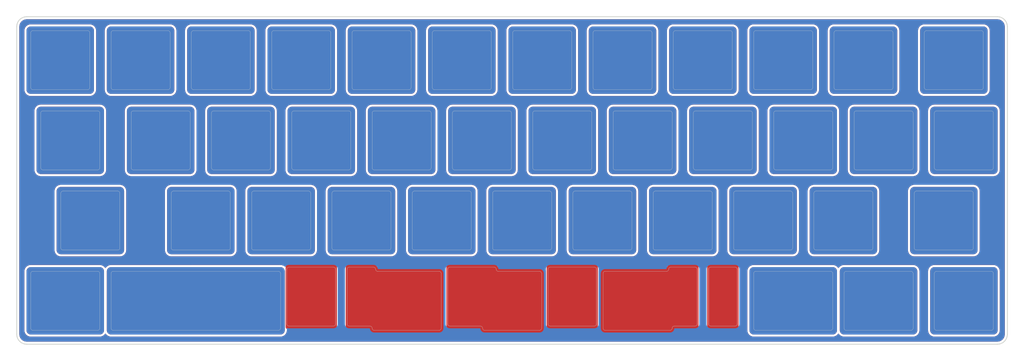
<source format=kicad_pcb>
(kicad_pcb (version 20171130) (host pcbnew "(5.1.4)-1")
  (layers (0 F.Cu signal) (31 B.Cu signal) (34 B.Paste user) (35 F.Paste user) (36 B.SilkS user) (37 F.SilkS user) (38 B.Mask user) (39 F.Mask user) (44 Edge.Cuts user))
  (net 0 "")
  (module Keybage_MX_Cutout:MX_Cutout_6.25u (layer F.Cu) (at 116.68125 66.675 180)
    (fp_text reference K_46)
    (fp_text value KEYSW)
    (pad 1 smd roundrect (at 0 0) (size 16 16) (layers F.Cu F.Mask) (roundrect_rratio 0.063))
    (pad 1 smd roundrect (at -49.9999 1) (size 7.4 15.4) (layers F.Cu F.Mask) (roundrect_rratio 0.063))
    (pad 1 smd roundrect (at 49.9999 1) (size 7.4 15.4) (layers F.Cu F.Mask) (roundrect_rratio 0.063))
  )
  (module Keybage_MX_Cutout:MX_Cutout_3u (layer F.Cu) (at 147.6375 66.675 180)
    (fp_text reference K_48)
    (fp_text value KEYSW)
    (fp_arc (start -16.175 -5.5) (end -15.675 -5.5) (angle -90) (layer Edge.Cuts) (width 0.05))
    (fp_arc (start -21.925 -5.5) (end -21.925 -6) (angle -90) (layer Edge.Cuts) (width 0.05))
    (fp_arc (start -21.925 7.5) (end -22.425 7.5) (angle -90) (layer Edge.Cuts) (width 0.05))
    (fp_arc (start -16.175 7.5) (end -16.175 8) (angle -90) (layer Edge.Cuts) (width 0.05))
    (fp_line (start -15.675 -5.5) (end -15.675 7.5) (layer Edge.Cuts) (width 0.05))
    (fp_line (start -16.175 8) (end -21.925 8) (layer Edge.Cuts) (width 0.05))
    (fp_line (start -22.425 7.5) (end -22.425 -5.5) (layer Edge.Cuts) (width 0.05))
    (fp_line (start -21.925 -6) (end -16.175 -6) (layer Edge.Cuts) (width 0.05))
    (pad 1 smd roundrect (at 0 0) (size 16 16) (layers F.Cu F.Mask) (roundrect_rratio 0.063))
    (pad 1 smd roundrect (at -19.05 1) (size 7.4 15.4) (layers F.Cu F.Mask) (roundrect_rratio 0.063))
    (pad 1 smd roundrect (at 19.05 1) (size 7.4 15.4) (layers F.Cu F.Mask) (roundrect_rratio 0.063))
  )
  (module Keybage_MX_Cutout:MX_Cutout_2.75u (layer F.Cu) (at 145.25625 66.675 180)
    (fp_text reference K_47)
    (fp_text value KEYSW)
    (pad 1 smd roundrect (at 0 0) (size 16 16) (layers F.Cu F.Mask) (roundrect_rratio 0.063))
    (pad 1 smd roundrect (at -11.9375 1) (size 7.4 15.4) (layers F.Cu F.Mask) (roundrect_rratio 0.063))
    (pad 1 smd roundrect (at 11.9375 1) (size 7.4 15.4) (layers F.Cu F.Mask) (roundrect_rratio 0.063))
  )
  (module Keybage_MX_Cutout:MX_Cutout_3u (layer F.Cu) (at 90.4875 66.675 180)
    (fp_text reference K_44)
    (fp_text value KEYSW)
    (pad 1 smd roundrect (at 0 0) (size 16 16) (layers F.Cu F.Mask) (roundrect_rratio 0.063))
    (pad 1 smd roundrect (at -19.05 1) (size 7.4 15.4) (layers F.Cu F.Mask) (roundrect_rratio 0.063))
    (pad 1 smd roundrect (at 19.05 1) (size 7.4 15.4) (layers F.Cu F.Mask) (roundrect_rratio 0.063))
  )
  (module Keybage_MX_Cutout:MX_Cutout_2.75u (layer F.Cu) (at 92.86875 66.675 180)
    (fp_text reference K_45)
    (fp_text value KEYSW)
    (pad 1 smd roundrect (at 0 0) (size 16 16) (layers F.Cu F.Mask) (roundrect_rratio 0.063))
    (pad 1 smd roundrect (at -11.9375 1) (size 7.4 15.4) (layers F.Cu F.Mask) (roundrect_rratio 0.063))
    (pad 1 smd roundrect (at 11.9375 1) (size 7.4 15.4) (layers F.Cu F.Mask) (roundrect_rratio 0.063))
  )
  (module Keybage_MX_Cutout:MX_Cutout_1u (layer F.Cu) (at 47.625 66.675)
    (fp_text reference K_41)
    (fp_text value KEYSW)
    (pad 1 smd roundrect (at 0 0 180) (size 16 16) (layers B.Cu B.Mask) (roundrect_rratio 0.063))
    (pad 1 smd roundrect (at 0 0 180) (size 16 16) (layers F.Cu F.Mask) (roundrect_rratio 0.063))
  )
  (module Keybage_MX_Cutout:MX_Cutout_1u (layer F.Cu) (at 52.3875 66.675)
    (fp_text reference K_42)
    (fp_text value KEYSW)
    (pad 1 smd roundrect (at 0 0 180) (size 16 16) (layers B.Cu B.Mask) (roundrect_rratio 0.063))
    (pad 1 smd roundrect (at 0 0 180) (size 16 16) (layers F.Cu F.Mask) (roundrect_rratio 0.063))
  )
  (module Keybage_MX_Cutout:MX_Cutout_1.25u (layer F.Cu) (at 54.76875 66.675)
    (fp_text reference K_43)
    (fp_text value KEYSW)
    (pad 1 smd roundrect (at 0 0 180) (size 16 16) (layers F.Cu F.Mask) (roundrect_rratio 0.063))
    (pad 1 smd roundrect (at 0 0 180) (size 16 16) (layers B.Cu B.Mask) (roundrect_rratio 0.063))
  )
  (module Keybage_MX_Cutout:MX_Cutout_1.25u (layer F.Cu) (at 30.95625 66.675)
    (fp_text reference K_39)
    (fp_text value KEYSW)
    (pad 1 smd roundrect (at 0 0 180) (size 16 16) (layers F.Cu F.Mask) (roundrect_rratio 0.063))
    (pad 1 smd roundrect (at 0 0 180) (size 16 16) (layers B.Cu B.Mask) (roundrect_rratio 0.063))
  )
  (module Keybage_MX_Cutout:MX_Cutout_1u (layer F.Cu) (at 33.3375 66.675)
    (fp_text reference K_40)
    (fp_text value KEYSW)
    (pad 1 smd roundrect (at 0 0 180) (size 16 16) (layers B.Cu B.Mask) (roundrect_rratio 0.063))
    (pad 1 smd roundrect (at 0 0 180) (size 16 16) (layers F.Cu F.Mask) (roundrect_rratio 0.063))
  )
  (module Keybage_MX_Cutout:MX_Cutout_1u (layer F.Cu) (at 28.575 66.675)
    (fp_text reference K_38)
    (fp_text value KEYSW)
    (pad 1 smd roundrect (at 0 0 180) (size 16 16) (layers B.Cu B.Mask) (roundrect_rratio 0.063))
    (pad 1 smd roundrect (at 0 0 180) (size 16 16) (layers F.Cu F.Mask) (roundrect_rratio 0.063))
  )
  (module Keybage_MX_Cutout:MX_Cutout_1u (layer F.Cu) (at 9.525 66.675)
    (fp_text reference K_36)
    (fp_text value KEYSW)
    (pad 1 smd roundrect (at 0 0 180) (size 16 16) (layers B.Cu B.Mask) (roundrect_rratio 0.063))
    (pad 1 smd roundrect (at 0 0 180) (size 16 16) (layers F.Cu F.Mask) (roundrect_rratio 0.063))
  )
  (module Keybage_MX_Cutout:MX_Cutout_1.25u (layer F.Cu) (at 11.90625 66.675)
    (fp_text reference K_37)
    (fp_text value KEYSW)
    (pad 1 smd roundrect (at 0 0 180) (size 16 16) (layers F.Cu F.Mask) (roundrect_rratio 0.063))
    (pad 1 smd roundrect (at 0 0 180) (size 16 16) (layers B.Cu B.Mask) (roundrect_rratio 0.063))
  )
  (module Keybage_MX_Cutout:MX_Cutout_1u (layer F.Cu) (at 185.7375 66.675)
    (fp_text reference K_50)
    (fp_text value KEYSW)
    (pad 1 smd roundrect (at 0 0 180) (size 16 16) (layers B.Cu B.Mask) (roundrect_rratio 0.063))
    (pad 1 smd roundrect (at 0 0 180) (size 16 16) (layers F.Cu F.Mask) (roundrect_rratio 0.063))
  )
  (module Keybage_MX_Cutout:MX_Cutout_1u (layer F.Cu) (at 180.975 66.675)
    (fp_text reference K_49)
    (fp_text value KEYSW)
    (pad 1 smd roundrect (at 0 0 180) (size 16 16) (layers B.Cu B.Mask) (roundrect_rratio 0.063))
    (pad 1 smd roundrect (at 0 0 180) (size 16 16) (layers F.Cu F.Mask) (roundrect_rratio 0.063))
  )
  (module Keybage_MX_Cutout:MX_Cutout_1u (layer F.Cu) (at 204.7875 66.675)
    (fp_text reference K_52)
    (fp_text value KEYSW)
    (pad 1 smd roundrect (at 0 0 180) (size 16 16) (layers B.Cu B.Mask) (roundrect_rratio 0.063))
    (pad 1 smd roundrect (at 0 0 180) (size 16 16) (layers F.Cu F.Mask) (roundrect_rratio 0.063))
  )
  (module Keybage_MX_Cutout:MX_Cutout_1.25u (layer F.Cu) (at 202.40625 66.675)
    (fp_text reference K_51)
    (fp_text value KEYSW)
    (pad 1 smd roundrect (at 0 0 180) (size 16 16) (layers F.Cu F.Mask) (roundrect_rratio 0.063))
    (pad 1 smd roundrect (at 0 0 180) (size 16 16) (layers B.Cu B.Mask) (roundrect_rratio 0.063))
  )
  (module Keybage_MX_Cutout:MX_Cutout_1.5u (layer F.Cu) (at 219.075 47.625)
    (fp_text reference K_35)
    (fp_text value KEYSW)
    (fp_arc (start 6.5 -6.5) (end 7 -6.5) (angle -90) (layer Edge.Cuts) (width 0.05))
    (fp_arc (start -6.5 -6.5) (end -6.5 -7) (angle -90) (layer Edge.Cuts) (width 0.05))
    (fp_arc (start -6.5 6.5) (end -7 6.5) (angle -90) (layer Edge.Cuts) (width 0.05))
    (fp_arc (start 6.5 6.5) (end 6.5 7) (angle -90) (layer Edge.Cuts) (width 0.05))
    (fp_line (start 7 6.5) (end 7 -6.5) (layer Edge.Cuts) (width 0.05))
    (fp_line (start -6.5 7) (end 6.5 7) (layer Edge.Cuts) (width 0.05))
    (fp_line (start -7 -6.5) (end -7 6.5) (layer Edge.Cuts) (width 0.05))
    (fp_line (start 6.5 -7) (end -6.5 -7) (layer Edge.Cuts) (width 0.05))
    (pad 1 smd roundrect (at 0 0 180) (size 16 16) (layers F.Cu F.Mask) (roundrect_rratio 0.063))
    (pad 1 smd roundrect (at 0 0 180) (size 16 16) (layers B.Cu B.Mask) (roundrect_rratio 0.063))
  )
  (module Keybage_MX_Cutout:MX_Cutout_1.75u (layer F.Cu) (at 16.66875 47.625)
    (fp_text reference K_25)
    (fp_text value KEYSW)
    (fp_arc (start 6.5 6.5) (end 6.5 7) (angle -90) (layer Edge.Cuts) (width 0.05))
    (fp_arc (start -6.5 6.5) (end -7 6.5) (angle -90) (layer Edge.Cuts) (width 0.05))
    (fp_arc (start -6.5 -6.5) (end -6.5 -7) (angle -90) (layer Edge.Cuts) (width 0.05))
    (fp_arc (start 6.5 -6.5) (end 7 -6.5) (angle -90) (layer Edge.Cuts) (width 0.05))
    (fp_line (start 7 6.5) (end 7 -6.5) (layer Edge.Cuts) (width 0.05))
    (fp_line (start -6.5 7) (end 6.5 7) (layer Edge.Cuts) (width 0.05))
    (fp_line (start -7 -6.5) (end -7 6.5) (layer Edge.Cuts) (width 0.05))
    (fp_line (start 6.5 -7) (end -6.5 -7) (layer Edge.Cuts) (width 0.05))
    (pad 1 smd roundrect (at 0 0 180) (size 16 16) (layers B.Cu B.Mask) (roundrect_rratio 0.063))
    (pad 1 smd roundrect (at 0 0 180) (size 16 16) (layers F.Cu F.Mask) (roundrect_rratio 0.063))
  )
  (module Keybage_MX_Cutout:MX_Cutout_1.25u (layer F.Cu) (at 11.90625 28.575)
    (fp_text reference K_13)
    (fp_text value KEYSW)
    (fp_line (start 7 6.5) (end 7 -6.5) (layer Edge.Cuts) (width 0.05))
    (fp_line (start -6.5 7) (end 6.5 7) (layer Edge.Cuts) (width 0.05))
    (fp_line (start -7 -6.5) (end -7 6.5) (layer Edge.Cuts) (width 0.05))
    (fp_line (start 6.5 -7) (end -6.5 -7) (layer Edge.Cuts) (width 0.05))
    (fp_arc (start 6.5 -6.5) (end 7 -6.5) (angle -90) (layer Edge.Cuts) (width 0.05))
    (fp_arc (start -6.5 -6.5) (end -6.5 -7) (angle -90) (layer Edge.Cuts) (width 0.05))
    (fp_arc (start -6.5 6.5) (end -7 6.5) (angle -90) (layer Edge.Cuts) (width 0.05))
    (fp_arc (start 6.5 6.5) (end 6.5 7) (angle -90) (layer Edge.Cuts) (width 0.05))
    (pad 1 smd roundrect (at 0 0 180) (size 16 16) (layers F.Cu F.Mask) (roundrect_rratio 0.063))
    (pad 1 smd roundrect (at 0 0 180) (size 16 16) (layers B.Cu B.Mask) (roundrect_rratio 0.063))
  )
  (module Keybage_MX_Cutout:MX_Cutout_1.25u (layer F.Cu) (at 221.45625 9.525)
    (fp_text reference K_12)
    (fp_text value KEYSW)
    (fp_line (start 7 6.5) (end 7 -6.5) (layer Edge.Cuts) (width 0.05))
    (fp_line (start -6.5 7) (end 6.5 7) (layer Edge.Cuts) (width 0.05))
    (fp_line (start -7 -6.5) (end -7 6.5) (layer Edge.Cuts) (width 0.05))
    (fp_line (start 6.5 -7) (end -6.5 -7) (layer Edge.Cuts) (width 0.05))
    (fp_arc (start 6.5 -6.5) (end 7 -6.5) (angle -90) (layer Edge.Cuts) (width 0.05))
    (fp_arc (start -6.5 -6.5) (end -6.5 -7) (angle -90) (layer Edge.Cuts) (width 0.05))
    (fp_arc (start -6.5 6.5) (end -7 6.5) (angle -90) (layer Edge.Cuts) (width 0.05))
    (fp_arc (start 6.5 6.5) (end 6.5 7) (angle -90) (layer Edge.Cuts) (width 0.05))
    (pad 1 smd roundrect (at 0 0 180) (size 16 16) (layers F.Cu F.Mask) (roundrect_rratio 0.063))
    (pad 1 smd roundrect (at 0 0 180) (size 16 16) (layers B.Cu B.Mask) (roundrect_rratio 0.063))
  )
  (module Keybage_MX_Cutout:MX_Cutout_1u (layer F.Cu) (at 223.8375 66.675)
    (fp_text reference K_53)
    (fp_text value KEYSW)
    (fp_arc (start 6.5 6.5) (end 6.5 7) (angle -90) (layer Edge.Cuts) (width 0.05))
    (fp_arc (start -6.5 6.5) (end -7 6.5) (angle -90) (layer Edge.Cuts) (width 0.05))
    (fp_arc (start -6.5 -6.5) (end -6.5 -7) (angle -90) (layer Edge.Cuts) (width 0.05))
    (fp_arc (start 6.5 -6.5) (end 7 -6.5) (angle -90) (layer Edge.Cuts) (width 0.05))
    (fp_line (start 7 6.5) (end 7 -6.5) (layer Edge.Cuts) (width 0.05))
    (fp_line (start -6.5 7) (end 6.5 7) (layer Edge.Cuts) (width 0.05))
    (fp_line (start -7 -6.5) (end -7 6.5) (layer Edge.Cuts) (width 0.05))
    (fp_line (start 6.5 -7) (end -6.5 -7) (layer Edge.Cuts) (width 0.05))
    (pad 1 smd roundrect (at 0 0 180) (size 16 16) (layers B.Cu B.Mask) (roundrect_rratio 0.063))
    (pad 1 smd roundrect (at 0 0 180) (size 16 16) (layers F.Cu F.Mask) (roundrect_rratio 0.063))
  )
  (module Keybage_MX_Cutout:MX_Cutout_1u (layer F.Cu) (at 195.2625 47.625)
    (fp_text reference K_34)
    (fp_text value KEYSW)
    (fp_arc (start 6.5 6.5) (end 6.5 7) (angle -90) (layer Edge.Cuts) (width 0.05))
    (fp_arc (start -6.5 6.5) (end -7 6.5) (angle -90) (layer Edge.Cuts) (width 0.05))
    (fp_arc (start -6.5 -6.5) (end -6.5 -7) (angle -90) (layer Edge.Cuts) (width 0.05))
    (fp_arc (start 6.5 -6.5) (end 7 -6.5) (angle -90) (layer Edge.Cuts) (width 0.05))
    (fp_line (start 7 6.5) (end 7 -6.5) (layer Edge.Cuts) (width 0.05))
    (fp_line (start -6.5 7) (end 6.5 7) (layer Edge.Cuts) (width 0.05))
    (fp_line (start -7 -6.5) (end -7 6.5) (layer Edge.Cuts) (width 0.05))
    (fp_line (start 6.5 -7) (end -6.5 -7) (layer Edge.Cuts) (width 0.05))
    (pad 1 smd roundrect (at 0 0 180) (size 16 16) (layers B.Cu B.Mask) (roundrect_rratio 0.063))
    (pad 1 smd roundrect (at 0 0 180) (size 16 16) (layers F.Cu F.Mask) (roundrect_rratio 0.063))
  )
  (module Keybage_MX_Cutout:MX_Cutout_1u (layer F.Cu) (at 176.2125 47.625)
    (fp_text reference K_33)
    (fp_text value KEYSW)
    (fp_arc (start 6.5 6.5) (end 6.5 7) (angle -90) (layer Edge.Cuts) (width 0.05))
    (fp_arc (start -6.5 6.5) (end -7 6.5) (angle -90) (layer Edge.Cuts) (width 0.05))
    (fp_arc (start -6.5 -6.5) (end -6.5 -7) (angle -90) (layer Edge.Cuts) (width 0.05))
    (fp_arc (start 6.5 -6.5) (end 7 -6.5) (angle -90) (layer Edge.Cuts) (width 0.05))
    (fp_line (start 7 6.5) (end 7 -6.5) (layer Edge.Cuts) (width 0.05))
    (fp_line (start -6.5 7) (end 6.5 7) (layer Edge.Cuts) (width 0.05))
    (fp_line (start -7 -6.5) (end -7 6.5) (layer Edge.Cuts) (width 0.05))
    (fp_line (start 6.5 -7) (end -6.5 -7) (layer Edge.Cuts) (width 0.05))
    (pad 1 smd roundrect (at 0 0 180) (size 16 16) (layers B.Cu B.Mask) (roundrect_rratio 0.063))
    (pad 1 smd roundrect (at 0 0 180) (size 16 16) (layers F.Cu F.Mask) (roundrect_rratio 0.063))
  )
  (module Keybage_MX_Cutout:MX_Cutout_1u (layer F.Cu) (at 157.1625 47.625)
    (fp_text reference K_32)
    (fp_text value KEYSW)
    (fp_arc (start 6.5 6.5) (end 6.5 7) (angle -90) (layer Edge.Cuts) (width 0.05))
    (fp_arc (start -6.5 6.5) (end -7 6.5) (angle -90) (layer Edge.Cuts) (width 0.05))
    (fp_arc (start -6.5 -6.5) (end -6.5 -7) (angle -90) (layer Edge.Cuts) (width 0.05))
    (fp_arc (start 6.5 -6.5) (end 7 -6.5) (angle -90) (layer Edge.Cuts) (width 0.05))
    (fp_line (start 7 6.5) (end 7 -6.5) (layer Edge.Cuts) (width 0.05))
    (fp_line (start -6.5 7) (end 6.5 7) (layer Edge.Cuts) (width 0.05))
    (fp_line (start -7 -6.5) (end -7 6.5) (layer Edge.Cuts) (width 0.05))
    (fp_line (start 6.5 -7) (end -6.5 -7) (layer Edge.Cuts) (width 0.05))
    (pad 1 smd roundrect (at 0 0 180) (size 16 16) (layers B.Cu B.Mask) (roundrect_rratio 0.063))
    (pad 1 smd roundrect (at 0 0 180) (size 16 16) (layers F.Cu F.Mask) (roundrect_rratio 0.063))
  )
  (module Keybage_MX_Cutout:MX_Cutout_1u (layer F.Cu) (at 138.1125 47.625)
    (fp_text reference K_31)
    (fp_text value KEYSW)
    (fp_arc (start 6.5 6.5) (end 6.5 7) (angle -90) (layer Edge.Cuts) (width 0.05))
    (fp_arc (start -6.5 6.5) (end -7 6.5) (angle -90) (layer Edge.Cuts) (width 0.05))
    (fp_arc (start -6.5 -6.5) (end -6.5 -7) (angle -90) (layer Edge.Cuts) (width 0.05))
    (fp_arc (start 6.5 -6.5) (end 7 -6.5) (angle -90) (layer Edge.Cuts) (width 0.05))
    (fp_line (start 7 6.5) (end 7 -6.5) (layer Edge.Cuts) (width 0.05))
    (fp_line (start -6.5 7) (end 6.5 7) (layer Edge.Cuts) (width 0.05))
    (fp_line (start -7 -6.5) (end -7 6.5) (layer Edge.Cuts) (width 0.05))
    (fp_line (start 6.5 -7) (end -6.5 -7) (layer Edge.Cuts) (width 0.05))
    (pad 1 smd roundrect (at 0 0 180) (size 16 16) (layers B.Cu B.Mask) (roundrect_rratio 0.063))
    (pad 1 smd roundrect (at 0 0 180) (size 16 16) (layers F.Cu F.Mask) (roundrect_rratio 0.063))
  )
  (module Keybage_MX_Cutout:MX_Cutout_1u (layer F.Cu) (at 119.0625 47.625)
    (fp_text reference K_30)
    (fp_text value KEYSW)
    (fp_arc (start 6.5 6.5) (end 6.5 7) (angle -90) (layer Edge.Cuts) (width 0.05))
    (fp_arc (start -6.5 6.5) (end -7 6.5) (angle -90) (layer Edge.Cuts) (width 0.05))
    (fp_arc (start -6.5 -6.5) (end -6.5 -7) (angle -90) (layer Edge.Cuts) (width 0.05))
    (fp_arc (start 6.5 -6.5) (end 7 -6.5) (angle -90) (layer Edge.Cuts) (width 0.05))
    (fp_line (start 7 6.5) (end 7 -6.5) (layer Edge.Cuts) (width 0.05))
    (fp_line (start -6.5 7) (end 6.5 7) (layer Edge.Cuts) (width 0.05))
    (fp_line (start -7 -6.5) (end -7 6.5) (layer Edge.Cuts) (width 0.05))
    (fp_line (start 6.5 -7) (end -6.5 -7) (layer Edge.Cuts) (width 0.05))
    (pad 1 smd roundrect (at 0 0 180) (size 16 16) (layers B.Cu B.Mask) (roundrect_rratio 0.063))
    (pad 1 smd roundrect (at 0 0 180) (size 16 16) (layers F.Cu F.Mask) (roundrect_rratio 0.063))
  )
  (module Keybage_MX_Cutout:MX_Cutout_1u (layer F.Cu) (at 100.0125 47.625)
    (fp_text reference K_29)
    (fp_text value KEYSW)
    (fp_arc (start 6.5 6.5) (end 6.5 7) (angle -90) (layer Edge.Cuts) (width 0.05))
    (fp_arc (start -6.5 6.5) (end -7 6.5) (angle -90) (layer Edge.Cuts) (width 0.05))
    (fp_arc (start -6.5 -6.5) (end -6.5 -7) (angle -90) (layer Edge.Cuts) (width 0.05))
    (fp_arc (start 6.5 -6.5) (end 7 -6.5) (angle -90) (layer Edge.Cuts) (width 0.05))
    (fp_line (start 7 6.5) (end 7 -6.5) (layer Edge.Cuts) (width 0.05))
    (fp_line (start -6.5 7) (end 6.5 7) (layer Edge.Cuts) (width 0.05))
    (fp_line (start -7 -6.5) (end -7 6.5) (layer Edge.Cuts) (width 0.05))
    (fp_line (start 6.5 -7) (end -6.5 -7) (layer Edge.Cuts) (width 0.05))
    (pad 1 smd roundrect (at 0 0 180) (size 16 16) (layers B.Cu B.Mask) (roundrect_rratio 0.063))
    (pad 1 smd roundrect (at 0 0 180) (size 16 16) (layers F.Cu F.Mask) (roundrect_rratio 0.063))
  )
  (module Keybage_MX_Cutout:MX_Cutout_1u (layer F.Cu) (at 80.9625 47.625)
    (fp_text reference K_28)
    (fp_text value KEYSW)
    (fp_arc (start 6.5 6.5) (end 6.5 7) (angle -90) (layer Edge.Cuts) (width 0.05))
    (fp_arc (start -6.5 6.5) (end -7 6.5) (angle -90) (layer Edge.Cuts) (width 0.05))
    (fp_arc (start -6.5 -6.5) (end -6.5 -7) (angle -90) (layer Edge.Cuts) (width 0.05))
    (fp_arc (start 6.5 -6.5) (end 7 -6.5) (angle -90) (layer Edge.Cuts) (width 0.05))
    (fp_line (start 7 6.5) (end 7 -6.5) (layer Edge.Cuts) (width 0.05))
    (fp_line (start -6.5 7) (end 6.5 7) (layer Edge.Cuts) (width 0.05))
    (fp_line (start -7 -6.5) (end -7 6.5) (layer Edge.Cuts) (width 0.05))
    (fp_line (start 6.5 -7) (end -6.5 -7) (layer Edge.Cuts) (width 0.05))
    (pad 1 smd roundrect (at 0 0 180) (size 16 16) (layers B.Cu B.Mask) (roundrect_rratio 0.063))
    (pad 1 smd roundrect (at 0 0 180) (size 16 16) (layers F.Cu F.Mask) (roundrect_rratio 0.063))
  )
  (module Keybage_MX_Cutout:MX_Cutout_1u (layer F.Cu) (at 61.9125 47.625)
    (fp_text reference K_27)
    (fp_text value KEYSW)
    (fp_arc (start 6.5 6.5) (end 6.5 7) (angle -90) (layer Edge.Cuts) (width 0.05))
    (fp_arc (start -6.5 6.5) (end -7 6.5) (angle -90) (layer Edge.Cuts) (width 0.05))
    (fp_arc (start -6.5 -6.5) (end -6.5 -7) (angle -90) (layer Edge.Cuts) (width 0.05))
    (fp_arc (start 6.5 -6.5) (end 7 -6.5) (angle -90) (layer Edge.Cuts) (width 0.05))
    (fp_line (start 7 6.5) (end 7 -6.5) (layer Edge.Cuts) (width 0.05))
    (fp_line (start -6.5 7) (end 6.5 7) (layer Edge.Cuts) (width 0.05))
    (fp_line (start -7 -6.5) (end -7 6.5) (layer Edge.Cuts) (width 0.05))
    (fp_line (start 6.5 -7) (end -6.5 -7) (layer Edge.Cuts) (width 0.05))
    (pad 1 smd roundrect (at 0 0 180) (size 16 16) (layers B.Cu B.Mask) (roundrect_rratio 0.063))
    (pad 1 smd roundrect (at 0 0 180) (size 16 16) (layers F.Cu F.Mask) (roundrect_rratio 0.063))
  )
  (module Keybage_MX_Cutout:MX_Cutout_1u (layer F.Cu) (at 42.8625 47.625)
    (fp_text reference K_26)
    (fp_text value KEYSW)
    (fp_arc (start 6.5 6.5) (end 6.5 7) (angle -90) (layer Edge.Cuts) (width 0.05))
    (fp_arc (start -6.5 6.5) (end -7 6.5) (angle -90) (layer Edge.Cuts) (width 0.05))
    (fp_arc (start -6.5 -6.5) (end -6.5 -7) (angle -90) (layer Edge.Cuts) (width 0.05))
    (fp_arc (start 6.5 -6.5) (end 7 -6.5) (angle -90) (layer Edge.Cuts) (width 0.05))
    (fp_line (start 7 6.5) (end 7 -6.5) (layer Edge.Cuts) (width 0.05))
    (fp_line (start -6.5 7) (end 6.5 7) (layer Edge.Cuts) (width 0.05))
    (fp_line (start -7 -6.5) (end -7 6.5) (layer Edge.Cuts) (width 0.05))
    (fp_line (start 6.5 -7) (end -6.5 -7) (layer Edge.Cuts) (width 0.05))
    (pad 1 smd roundrect (at 0 0 180) (size 16 16) (layers B.Cu B.Mask) (roundrect_rratio 0.063))
    (pad 1 smd roundrect (at 0 0 180) (size 16 16) (layers F.Cu F.Mask) (roundrect_rratio 0.063))
  )
  (module Keybage_MX_Cutout:MX_Cutout_1u (layer F.Cu) (at 223.8375 28.575)
    (fp_text reference K_24)
    (fp_text value KEYSW)
    (fp_arc (start 6.5 6.5) (end 6.5 7) (angle -90) (layer Edge.Cuts) (width 0.05))
    (fp_arc (start -6.5 6.5) (end -7 6.5) (angle -90) (layer Edge.Cuts) (width 0.05))
    (fp_arc (start -6.5 -6.5) (end -6.5 -7) (angle -90) (layer Edge.Cuts) (width 0.05))
    (fp_arc (start 6.5 -6.5) (end 7 -6.5) (angle -90) (layer Edge.Cuts) (width 0.05))
    (fp_line (start 7 6.5) (end 7 -6.5) (layer Edge.Cuts) (width 0.05))
    (fp_line (start -6.5 7) (end 6.5 7) (layer Edge.Cuts) (width 0.05))
    (fp_line (start -7 -6.5) (end -7 6.5) (layer Edge.Cuts) (width 0.05))
    (fp_line (start 6.5 -7) (end -6.5 -7) (layer Edge.Cuts) (width 0.05))
    (pad 1 smd roundrect (at 0 0 180) (size 16 16) (layers B.Cu B.Mask) (roundrect_rratio 0.063))
    (pad 1 smd roundrect (at 0 0 180) (size 16 16) (layers F.Cu F.Mask) (roundrect_rratio 0.063))
  )
  (module Keybage_MX_Cutout:MX_Cutout_1u (layer F.Cu) (at 204.7875 28.575)
    (fp_text reference K_23)
    (fp_text value KEYSW)
    (fp_arc (start 6.5 6.5) (end 6.5 7) (angle -90) (layer Edge.Cuts) (width 0.05))
    (fp_arc (start -6.5 6.5) (end -7 6.5) (angle -90) (layer Edge.Cuts) (width 0.05))
    (fp_arc (start -6.5 -6.5) (end -6.5 -7) (angle -90) (layer Edge.Cuts) (width 0.05))
    (fp_arc (start 6.5 -6.5) (end 7 -6.5) (angle -90) (layer Edge.Cuts) (width 0.05))
    (fp_line (start 7 6.5) (end 7 -6.5) (layer Edge.Cuts) (width 0.05))
    (fp_line (start -6.5 7) (end 6.5 7) (layer Edge.Cuts) (width 0.05))
    (fp_line (start -7 -6.5) (end -7 6.5) (layer Edge.Cuts) (width 0.05))
    (fp_line (start 6.5 -7) (end -6.5 -7) (layer Edge.Cuts) (width 0.05))
    (pad 1 smd roundrect (at 0 0 180) (size 16 16) (layers B.Cu B.Mask) (roundrect_rratio 0.063))
    (pad 1 smd roundrect (at 0 0 180) (size 16 16) (layers F.Cu F.Mask) (roundrect_rratio 0.063))
  )
  (module Keybage_MX_Cutout:MX_Cutout_1u (layer F.Cu) (at 185.7375 28.575)
    (fp_text reference K_22)
    (fp_text value KEYSW)
    (fp_arc (start 6.5 6.5) (end 6.5 7) (angle -90) (layer Edge.Cuts) (width 0.05))
    (fp_arc (start -6.5 6.5) (end -7 6.5) (angle -90) (layer Edge.Cuts) (width 0.05))
    (fp_arc (start -6.5 -6.5) (end -6.5 -7) (angle -90) (layer Edge.Cuts) (width 0.05))
    (fp_arc (start 6.5 -6.5) (end 7 -6.5) (angle -90) (layer Edge.Cuts) (width 0.05))
    (fp_line (start 7 6.5) (end 7 -6.5) (layer Edge.Cuts) (width 0.05))
    (fp_line (start -6.5 7) (end 6.5 7) (layer Edge.Cuts) (width 0.05))
    (fp_line (start -7 -6.5) (end -7 6.5) (layer Edge.Cuts) (width 0.05))
    (fp_line (start 6.5 -7) (end -6.5 -7) (layer Edge.Cuts) (width 0.05))
    (pad 1 smd roundrect (at 0 0 180) (size 16 16) (layers B.Cu B.Mask) (roundrect_rratio 0.063))
    (pad 1 smd roundrect (at 0 0 180) (size 16 16) (layers F.Cu F.Mask) (roundrect_rratio 0.063))
  )
  (module Keybage_MX_Cutout:MX_Cutout_1u (layer F.Cu) (at 166.6875 28.575)
    (fp_text reference K_21)
    (fp_text value KEYSW)
    (fp_arc (start 6.5 6.5) (end 6.5 7) (angle -90) (layer Edge.Cuts) (width 0.05))
    (fp_arc (start -6.5 6.5) (end -7 6.5) (angle -90) (layer Edge.Cuts) (width 0.05))
    (fp_arc (start -6.5 -6.5) (end -6.5 -7) (angle -90) (layer Edge.Cuts) (width 0.05))
    (fp_arc (start 6.5 -6.5) (end 7 -6.5) (angle -90) (layer Edge.Cuts) (width 0.05))
    (fp_line (start 7 6.5) (end 7 -6.5) (layer Edge.Cuts) (width 0.05))
    (fp_line (start -6.5 7) (end 6.5 7) (layer Edge.Cuts) (width 0.05))
    (fp_line (start -7 -6.5) (end -7 6.5) (layer Edge.Cuts) (width 0.05))
    (fp_line (start 6.5 -7) (end -6.5 -7) (layer Edge.Cuts) (width 0.05))
    (pad 1 smd roundrect (at 0 0 180) (size 16 16) (layers B.Cu B.Mask) (roundrect_rratio 0.063))
    (pad 1 smd roundrect (at 0 0 180) (size 16 16) (layers F.Cu F.Mask) (roundrect_rratio 0.063))
  )
  (module Keybage_MX_Cutout:MX_Cutout_1u (layer F.Cu) (at 147.6375 28.575)
    (fp_text reference K_20)
    (fp_text value KEYSW)
    (fp_arc (start 6.5 6.5) (end 6.5 7) (angle -90) (layer Edge.Cuts) (width 0.05))
    (fp_arc (start -6.5 6.5) (end -7 6.5) (angle -90) (layer Edge.Cuts) (width 0.05))
    (fp_arc (start -6.5 -6.5) (end -6.5 -7) (angle -90) (layer Edge.Cuts) (width 0.05))
    (fp_arc (start 6.5 -6.5) (end 7 -6.5) (angle -90) (layer Edge.Cuts) (width 0.05))
    (fp_line (start 7 6.5) (end 7 -6.5) (layer Edge.Cuts) (width 0.05))
    (fp_line (start -6.5 7) (end 6.5 7) (layer Edge.Cuts) (width 0.05))
    (fp_line (start -7 -6.5) (end -7 6.5) (layer Edge.Cuts) (width 0.05))
    (fp_line (start 6.5 -7) (end -6.5 -7) (layer Edge.Cuts) (width 0.05))
    (pad 1 smd roundrect (at 0 0 180) (size 16 16) (layers B.Cu B.Mask) (roundrect_rratio 0.063))
    (pad 1 smd roundrect (at 0 0 180) (size 16 16) (layers F.Cu F.Mask) (roundrect_rratio 0.063))
  )
  (module Keybage_MX_Cutout:MX_Cutout_1u (layer F.Cu) (at 128.5875 28.575)
    (fp_text reference K_19)
    (fp_text value KEYSW)
    (fp_arc (start 6.5 6.5) (end 6.5 7) (angle -90) (layer Edge.Cuts) (width 0.05))
    (fp_arc (start -6.5 6.5) (end -7 6.5) (angle -90) (layer Edge.Cuts) (width 0.05))
    (fp_arc (start -6.5 -6.5) (end -6.5 -7) (angle -90) (layer Edge.Cuts) (width 0.05))
    (fp_arc (start 6.5 -6.5) (end 7 -6.5) (angle -90) (layer Edge.Cuts) (width 0.05))
    (fp_line (start 7 6.5) (end 7 -6.5) (layer Edge.Cuts) (width 0.05))
    (fp_line (start -6.5 7) (end 6.5 7) (layer Edge.Cuts) (width 0.05))
    (fp_line (start -7 -6.5) (end -7 6.5) (layer Edge.Cuts) (width 0.05))
    (fp_line (start 6.5 -7) (end -6.5 -7) (layer Edge.Cuts) (width 0.05))
    (pad 1 smd roundrect (at 0 0 180) (size 16 16) (layers B.Cu B.Mask) (roundrect_rratio 0.063))
    (pad 1 smd roundrect (at 0 0 180) (size 16 16) (layers F.Cu F.Mask) (roundrect_rratio 0.063))
  )
  (module Keybage_MX_Cutout:MX_Cutout_1u (layer F.Cu) (at 109.5375 28.575)
    (fp_text reference K_18)
    (fp_text value KEYSW)
    (fp_arc (start 6.5 6.5) (end 6.5 7) (angle -90) (layer Edge.Cuts) (width 0.05))
    (fp_arc (start -6.5 6.5) (end -7 6.5) (angle -90) (layer Edge.Cuts) (width 0.05))
    (fp_arc (start -6.5 -6.5) (end -6.5 -7) (angle -90) (layer Edge.Cuts) (width 0.05))
    (fp_arc (start 6.5 -6.5) (end 7 -6.5) (angle -90) (layer Edge.Cuts) (width 0.05))
    (fp_line (start 7 6.5) (end 7 -6.5) (layer Edge.Cuts) (width 0.05))
    (fp_line (start -6.5 7) (end 6.5 7) (layer Edge.Cuts) (width 0.05))
    (fp_line (start -7 -6.5) (end -7 6.5) (layer Edge.Cuts) (width 0.05))
    (fp_line (start 6.5 -7) (end -6.5 -7) (layer Edge.Cuts) (width 0.05))
    (pad 1 smd roundrect (at 0 0 180) (size 16 16) (layers B.Cu B.Mask) (roundrect_rratio 0.063))
    (pad 1 smd roundrect (at 0 0 180) (size 16 16) (layers F.Cu F.Mask) (roundrect_rratio 0.063))
  )
  (module Keybage_MX_Cutout:MX_Cutout_1u (layer F.Cu) (at 90.4875 28.575)
    (fp_text reference K_17)
    (fp_text value KEYSW)
    (fp_arc (start 6.5 6.5) (end 6.5 7) (angle -90) (layer Edge.Cuts) (width 0.05))
    (fp_arc (start -6.5 6.5) (end -7 6.5) (angle -90) (layer Edge.Cuts) (width 0.05))
    (fp_arc (start -6.5 -6.5) (end -6.5 -7) (angle -90) (layer Edge.Cuts) (width 0.05))
    (fp_arc (start 6.5 -6.5) (end 7 -6.5) (angle -90) (layer Edge.Cuts) (width 0.05))
    (fp_line (start 7 6.5) (end 7 -6.5) (layer Edge.Cuts) (width 0.05))
    (fp_line (start -6.5 7) (end 6.5 7) (layer Edge.Cuts) (width 0.05))
    (fp_line (start -7 -6.5) (end -7 6.5) (layer Edge.Cuts) (width 0.05))
    (fp_line (start 6.5 -7) (end -6.5 -7) (layer Edge.Cuts) (width 0.05))
    (pad 1 smd roundrect (at 0 0 180) (size 16 16) (layers B.Cu B.Mask) (roundrect_rratio 0.063))
    (pad 1 smd roundrect (at 0 0 180) (size 16 16) (layers F.Cu F.Mask) (roundrect_rratio 0.063))
  )
  (module Keybage_MX_Cutout:MX_Cutout_1u (layer F.Cu) (at 71.4375 28.575)
    (fp_text reference K_16)
    (fp_text value KEYSW)
    (fp_arc (start 6.5 6.5) (end 6.5 7) (angle -90) (layer Edge.Cuts) (width 0.05))
    (fp_arc (start -6.5 6.5) (end -7 6.5) (angle -90) (layer Edge.Cuts) (width 0.05))
    (fp_arc (start -6.5 -6.5) (end -6.5 -7) (angle -90) (layer Edge.Cuts) (width 0.05))
    (fp_arc (start 6.5 -6.5) (end 7 -6.5) (angle -90) (layer Edge.Cuts) (width 0.05))
    (fp_line (start 7 6.5) (end 7 -6.5) (layer Edge.Cuts) (width 0.05))
    (fp_line (start -6.5 7) (end 6.5 7) (layer Edge.Cuts) (width 0.05))
    (fp_line (start -7 -6.5) (end -7 6.5) (layer Edge.Cuts) (width 0.05))
    (fp_line (start 6.5 -7) (end -6.5 -7) (layer Edge.Cuts) (width 0.05))
    (pad 1 smd roundrect (at 0 0 180) (size 16 16) (layers B.Cu B.Mask) (roundrect_rratio 0.063))
    (pad 1 smd roundrect (at 0 0 180) (size 16 16) (layers F.Cu F.Mask) (roundrect_rratio 0.063))
  )
  (module Keybage_MX_Cutout:MX_Cutout_1u (layer F.Cu) (at 52.3875 28.575)
    (fp_text reference K_15)
    (fp_text value KEYSW)
    (fp_arc (start 6.5 6.5) (end 6.5 7) (angle -90) (layer Edge.Cuts) (width 0.05))
    (fp_arc (start -6.5 6.5) (end -7 6.5) (angle -90) (layer Edge.Cuts) (width 0.05))
    (fp_arc (start -6.5 -6.5) (end -6.5 -7) (angle -90) (layer Edge.Cuts) (width 0.05))
    (fp_arc (start 6.5 -6.5) (end 7 -6.5) (angle -90) (layer Edge.Cuts) (width 0.05))
    (fp_line (start 7 6.5) (end 7 -6.5) (layer Edge.Cuts) (width 0.05))
    (fp_line (start -6.5 7) (end 6.5 7) (layer Edge.Cuts) (width 0.05))
    (fp_line (start -7 -6.5) (end -7 6.5) (layer Edge.Cuts) (width 0.05))
    (fp_line (start 6.5 -7) (end -6.5 -7) (layer Edge.Cuts) (width 0.05))
    (pad 1 smd roundrect (at 0 0 180) (size 16 16) (layers B.Cu B.Mask) (roundrect_rratio 0.063))
    (pad 1 smd roundrect (at 0 0 180) (size 16 16) (layers F.Cu F.Mask) (roundrect_rratio 0.063))
  )
  (module Keybage_MX_Cutout:MX_Cutout_1u (layer F.Cu) (at 33.3375 28.575)
    (fp_text reference K_14)
    (fp_text value KEYSW)
    (fp_arc (start 6.5 6.5) (end 6.5 7) (angle -90) (layer Edge.Cuts) (width 0.05))
    (fp_arc (start -6.5 6.5) (end -7 6.5) (angle -90) (layer Edge.Cuts) (width 0.05))
    (fp_arc (start -6.5 -6.5) (end -6.5 -7) (angle -90) (layer Edge.Cuts) (width 0.05))
    (fp_arc (start 6.5 -6.5) (end 7 -6.5) (angle -90) (layer Edge.Cuts) (width 0.05))
    (fp_line (start 7 6.5) (end 7 -6.5) (layer Edge.Cuts) (width 0.05))
    (fp_line (start -6.5 7) (end 6.5 7) (layer Edge.Cuts) (width 0.05))
    (fp_line (start -7 -6.5) (end -7 6.5) (layer Edge.Cuts) (width 0.05))
    (fp_line (start 6.5 -7) (end -6.5 -7) (layer Edge.Cuts) (width 0.05))
    (pad 1 smd roundrect (at 0 0 180) (size 16 16) (layers B.Cu B.Mask) (roundrect_rratio 0.063))
    (pad 1 smd roundrect (at 0 0 180) (size 16 16) (layers F.Cu F.Mask) (roundrect_rratio 0.063))
  )
  (module Keybage_MX_Cutout:MX_Cutout_1u (layer F.Cu) (at 200.025 9.525)
    (fp_text reference K_11)
    (fp_text value KEYSW)
    (fp_arc (start 6.5 6.5) (end 6.5 7) (angle -90) (layer Edge.Cuts) (width 0.05))
    (fp_arc (start -6.5 6.5) (end -7 6.5) (angle -90) (layer Edge.Cuts) (width 0.05))
    (fp_arc (start -6.5 -6.5) (end -6.5 -7) (angle -90) (layer Edge.Cuts) (width 0.05))
    (fp_arc (start 6.5 -6.5) (end 7 -6.5) (angle -90) (layer Edge.Cuts) (width 0.05))
    (fp_line (start 7 6.5) (end 7 -6.5) (layer Edge.Cuts) (width 0.05))
    (fp_line (start -6.5 7) (end 6.5 7) (layer Edge.Cuts) (width 0.05))
    (fp_line (start -7 -6.5) (end -7 6.5) (layer Edge.Cuts) (width 0.05))
    (fp_line (start 6.5 -7) (end -6.5 -7) (layer Edge.Cuts) (width 0.05))
    (pad 1 smd roundrect (at 0 0 180) (size 16 16) (layers B.Cu B.Mask) (roundrect_rratio 0.063))
    (pad 1 smd roundrect (at 0 0 180) (size 16 16) (layers F.Cu F.Mask) (roundrect_rratio 0.063))
  )
  (module Keybage_MX_Cutout:MX_Cutout_1u (layer F.Cu) (at 180.975 9.525)
    (fp_text reference K_10)
    (fp_text value KEYSW)
    (fp_arc (start 6.5 6.5) (end 6.5 7) (angle -90) (layer Edge.Cuts) (width 0.05))
    (fp_arc (start -6.5 6.5) (end -7 6.5) (angle -90) (layer Edge.Cuts) (width 0.05))
    (fp_arc (start -6.5 -6.5) (end -6.5 -7) (angle -90) (layer Edge.Cuts) (width 0.05))
    (fp_arc (start 6.5 -6.5) (end 7 -6.5) (angle -90) (layer Edge.Cuts) (width 0.05))
    (fp_line (start 7 6.5) (end 7 -6.5) (layer Edge.Cuts) (width 0.05))
    (fp_line (start -6.5 7) (end 6.5 7) (layer Edge.Cuts) (width 0.05))
    (fp_line (start -7 -6.5) (end -7 6.5) (layer Edge.Cuts) (width 0.05))
    (fp_line (start 6.5 -7) (end -6.5 -7) (layer Edge.Cuts) (width 0.05))
    (pad 1 smd roundrect (at 0 0 180) (size 16 16) (layers B.Cu B.Mask) (roundrect_rratio 0.063))
    (pad 1 smd roundrect (at 0 0 180) (size 16 16) (layers F.Cu F.Mask) (roundrect_rratio 0.063))
  )
  (module Keybage_MX_Cutout:MX_Cutout_1u (layer F.Cu) (at 161.925 9.525)
    (fp_text reference K_9)
    (fp_text value KEYSW)
    (fp_arc (start 6.5 6.5) (end 6.5 7) (angle -90) (layer Edge.Cuts) (width 0.05))
    (fp_arc (start -6.5 6.5) (end -7 6.5) (angle -90) (layer Edge.Cuts) (width 0.05))
    (fp_arc (start -6.5 -6.5) (end -6.5 -7) (angle -90) (layer Edge.Cuts) (width 0.05))
    (fp_arc (start 6.5 -6.5) (end 7 -6.5) (angle -90) (layer Edge.Cuts) (width 0.05))
    (fp_line (start 7 6.5) (end 7 -6.5) (layer Edge.Cuts) (width 0.05))
    (fp_line (start -6.5 7) (end 6.5 7) (layer Edge.Cuts) (width 0.05))
    (fp_line (start -7 -6.5) (end -7 6.5) (layer Edge.Cuts) (width 0.05))
    (fp_line (start 6.5 -7) (end -6.5 -7) (layer Edge.Cuts) (width 0.05))
    (pad 1 smd roundrect (at 0 0 180) (size 16 16) (layers B.Cu B.Mask) (roundrect_rratio 0.063))
    (pad 1 smd roundrect (at 0 0 180) (size 16 16) (layers F.Cu F.Mask) (roundrect_rratio 0.063))
  )
  (module Keybage_MX_Cutout:MX_Cutout_1u (layer F.Cu) (at 142.875 9.525)
    (fp_text reference K_8)
    (fp_text value KEYSW)
    (fp_arc (start 6.5 6.5) (end 6.5 7) (angle -90) (layer Edge.Cuts) (width 0.05))
    (fp_arc (start -6.5 6.5) (end -7 6.5) (angle -90) (layer Edge.Cuts) (width 0.05))
    (fp_arc (start -6.5 -6.5) (end -6.5 -7) (angle -90) (layer Edge.Cuts) (width 0.05))
    (fp_arc (start 6.5 -6.5) (end 7 -6.5) (angle -90) (layer Edge.Cuts) (width 0.05))
    (fp_line (start 7 6.5) (end 7 -6.5) (layer Edge.Cuts) (width 0.05))
    (fp_line (start -6.5 7) (end 6.5 7) (layer Edge.Cuts) (width 0.05))
    (fp_line (start -7 -6.5) (end -7 6.5) (layer Edge.Cuts) (width 0.05))
    (fp_line (start 6.5 -7) (end -6.5 -7) (layer Edge.Cuts) (width 0.05))
    (pad 1 smd roundrect (at 0 0 180) (size 16 16) (layers B.Cu B.Mask) (roundrect_rratio 0.063))
    (pad 1 smd roundrect (at 0 0 180) (size 16 16) (layers F.Cu F.Mask) (roundrect_rratio 0.063))
  )
  (module Keybage_MX_Cutout:MX_Cutout_1u (layer F.Cu) (at 123.825 9.525)
    (fp_text reference K_7)
    (fp_text value KEYSW)
    (fp_arc (start 6.5 6.5) (end 6.5 7) (angle -90) (layer Edge.Cuts) (width 0.05))
    (fp_arc (start -6.5 6.5) (end -7 6.5) (angle -90) (layer Edge.Cuts) (width 0.05))
    (fp_arc (start -6.5 -6.5) (end -6.5 -7) (angle -90) (layer Edge.Cuts) (width 0.05))
    (fp_arc (start 6.5 -6.5) (end 7 -6.5) (angle -90) (layer Edge.Cuts) (width 0.05))
    (fp_line (start 7 6.5) (end 7 -6.5) (layer Edge.Cuts) (width 0.05))
    (fp_line (start -6.5 7) (end 6.5 7) (layer Edge.Cuts) (width 0.05))
    (fp_line (start -7 -6.5) (end -7 6.5) (layer Edge.Cuts) (width 0.05))
    (fp_line (start 6.5 -7) (end -6.5 -7) (layer Edge.Cuts) (width 0.05))
    (pad 1 smd roundrect (at 0 0 180) (size 16 16) (layers B.Cu B.Mask) (roundrect_rratio 0.063))
    (pad 1 smd roundrect (at 0 0 180) (size 16 16) (layers F.Cu F.Mask) (roundrect_rratio 0.063))
  )
  (module Keybage_MX_Cutout:MX_Cutout_1u (layer F.Cu) (at 104.775 9.525)
    (fp_text reference K_6)
    (fp_text value KEYSW)
    (fp_arc (start 6.5 6.5) (end 6.5 7) (angle -90) (layer Edge.Cuts) (width 0.05))
    (fp_arc (start -6.5 6.5) (end -7 6.5) (angle -90) (layer Edge.Cuts) (width 0.05))
    (fp_arc (start -6.5 -6.5) (end -6.5 -7) (angle -90) (layer Edge.Cuts) (width 0.05))
    (fp_arc (start 6.5 -6.5) (end 7 -6.5) (angle -90) (layer Edge.Cuts) (width 0.05))
    (fp_line (start 7 6.5) (end 7 -6.5) (layer Edge.Cuts) (width 0.05))
    (fp_line (start -6.5 7) (end 6.5 7) (layer Edge.Cuts) (width 0.05))
    (fp_line (start -7 -6.5) (end -7 6.5) (layer Edge.Cuts) (width 0.05))
    (fp_line (start 6.5 -7) (end -6.5 -7) (layer Edge.Cuts) (width 0.05))
    (pad 1 smd roundrect (at 0 0 180) (size 16 16) (layers B.Cu B.Mask) (roundrect_rratio 0.063))
    (pad 1 smd roundrect (at 0 0 180) (size 16 16) (layers F.Cu F.Mask) (roundrect_rratio 0.063))
  )
  (module Keybage_MX_Cutout:MX_Cutout_1u (layer F.Cu) (at 85.725 9.525)
    (fp_text reference K_5)
    (fp_text value KEYSW)
    (fp_arc (start 6.5 6.5) (end 6.5 7) (angle -90) (layer Edge.Cuts) (width 0.05))
    (fp_arc (start -6.5 6.5) (end -7 6.5) (angle -90) (layer Edge.Cuts) (width 0.05))
    (fp_arc (start -6.5 -6.5) (end -6.5 -7) (angle -90) (layer Edge.Cuts) (width 0.05))
    (fp_arc (start 6.5 -6.5) (end 7 -6.5) (angle -90) (layer Edge.Cuts) (width 0.05))
    (fp_line (start 7 6.5) (end 7 -6.5) (layer Edge.Cuts) (width 0.05))
    (fp_line (start -6.5 7) (end 6.5 7) (layer Edge.Cuts) (width 0.05))
    (fp_line (start -7 -6.5) (end -7 6.5) (layer Edge.Cuts) (width 0.05))
    (fp_line (start 6.5 -7) (end -6.5 -7) (layer Edge.Cuts) (width 0.05))
    (pad 1 smd roundrect (at 0 0 180) (size 16 16) (layers B.Cu B.Mask) (roundrect_rratio 0.063))
    (pad 1 smd roundrect (at 0 0 180) (size 16 16) (layers F.Cu F.Mask) (roundrect_rratio 0.063))
  )
  (module Keybage_MX_Cutout:MX_Cutout_1u (layer F.Cu) (at 66.675 9.525)
    (fp_text reference K_4)
    (fp_text value KEYSW)
    (fp_arc (start 6.5 6.5) (end 6.5 7) (angle -90) (layer Edge.Cuts) (width 0.05))
    (fp_arc (start -6.5 6.5) (end -7 6.5) (angle -90) (layer Edge.Cuts) (width 0.05))
    (fp_arc (start -6.5 -6.5) (end -6.5 -7) (angle -90) (layer Edge.Cuts) (width 0.05))
    (fp_arc (start 6.5 -6.5) (end 7 -6.5) (angle -90) (layer Edge.Cuts) (width 0.05))
    (fp_line (start 7 6.5) (end 7 -6.5) (layer Edge.Cuts) (width 0.05))
    (fp_line (start -6.5 7) (end 6.5 7) (layer Edge.Cuts) (width 0.05))
    (fp_line (start -7 -6.5) (end -7 6.5) (layer Edge.Cuts) (width 0.05))
    (fp_line (start 6.5 -7) (end -6.5 -7) (layer Edge.Cuts) (width 0.05))
    (pad 1 smd roundrect (at 0 0 180) (size 16 16) (layers B.Cu B.Mask) (roundrect_rratio 0.063))
    (pad 1 smd roundrect (at 0 0 180) (size 16 16) (layers F.Cu F.Mask) (roundrect_rratio 0.063))
  )
  (module Keybage_MX_Cutout:MX_Cutout_1u (layer F.Cu) (at 47.625 9.525)
    (fp_text reference K_3)
    (fp_text value KEYSW)
    (fp_arc (start 6.5 6.5) (end 6.5 7) (angle -90) (layer Edge.Cuts) (width 0.05))
    (fp_arc (start -6.5 6.5) (end -7 6.5) (angle -90) (layer Edge.Cuts) (width 0.05))
    (fp_arc (start -6.5 -6.5) (end -6.5 -7) (angle -90) (layer Edge.Cuts) (width 0.05))
    (fp_arc (start 6.5 -6.5) (end 7 -6.5) (angle -90) (layer Edge.Cuts) (width 0.05))
    (fp_line (start 7 6.5) (end 7 -6.5) (layer Edge.Cuts) (width 0.05))
    (fp_line (start -6.5 7) (end 6.5 7) (layer Edge.Cuts) (width 0.05))
    (fp_line (start -7 -6.5) (end -7 6.5) (layer Edge.Cuts) (width 0.05))
    (fp_line (start 6.5 -7) (end -6.5 -7) (layer Edge.Cuts) (width 0.05))
    (pad 1 smd roundrect (at 0 0 180) (size 16 16) (layers B.Cu B.Mask) (roundrect_rratio 0.063))
    (pad 1 smd roundrect (at 0 0 180) (size 16 16) (layers F.Cu F.Mask) (roundrect_rratio 0.063))
  )
  (module Keybage_MX_Cutout:MX_Cutout_1u (layer F.Cu) (at 28.575 9.525)
    (fp_text reference K_2)
    (fp_text value KEYSW)
    (fp_arc (start 6.5 6.5) (end 6.5 7) (angle -90) (layer Edge.Cuts) (width 0.05))
    (fp_arc (start -6.5 6.5) (end -7 6.5) (angle -90) (layer Edge.Cuts) (width 0.05))
    (fp_arc (start -6.5 -6.5) (end -6.5 -7) (angle -90) (layer Edge.Cuts) (width 0.05))
    (fp_arc (start 6.5 -6.5) (end 7 -6.5) (angle -90) (layer Edge.Cuts) (width 0.05))
    (fp_line (start 7 6.5) (end 7 -6.5) (layer Edge.Cuts) (width 0.05))
    (fp_line (start -6.5 7) (end 6.5 7) (layer Edge.Cuts) (width 0.05))
    (fp_line (start -7 -6.5) (end -7 6.5) (layer Edge.Cuts) (width 0.05))
    (fp_line (start 6.5 -7) (end -6.5 -7) (layer Edge.Cuts) (width 0.05))
    (pad 1 smd roundrect (at 0 0 180) (size 16 16) (layers B.Cu B.Mask) (roundrect_rratio 0.063))
    (pad 1 smd roundrect (at 0 0 180) (size 16 16) (layers F.Cu F.Mask) (roundrect_rratio 0.063))
  )
  (module Keybage_MX_Cutout:MX_Cutout_1u (layer F.Cu) (at 9.525 9.525)
    (fp_text reference K_1)
    (fp_text value KEYSW)
    (fp_arc (start 6.5 6.5) (end 6.5 7) (angle -90) (layer Edge.Cuts) (width 0.05))
    (fp_arc (start -6.5 6.5) (end -7 6.5) (angle -90) (layer Edge.Cuts) (width 0.05))
    (fp_arc (start -6.5 -6.5) (end -6.5 -7) (angle -90) (layer Edge.Cuts) (width 0.05))
    (fp_arc (start 6.5 -6.5) (end 7 -6.5) (angle -90) (layer Edge.Cuts) (width 0.05))
    (fp_line (start 7 6.5) (end 7 -6.5) (layer Edge.Cuts) (width 0.05))
    (fp_line (start -6.5 7) (end 6.5 7) (layer Edge.Cuts) (width 0.05))
    (fp_line (start -7 -6.5) (end -7 6.5) (layer Edge.Cuts) (width 0.05))
    (fp_line (start 6.5 -7) (end -6.5 -7) (layer Edge.Cuts) (width 0.05))
    (pad 1 smd roundrect (at 0 0 180) (size 16 16) (layers B.Cu B.Mask) (roundrect_rratio 0.063))
    (pad 1 smd roundrect (at 0 0 180) (size 16 16) (layers F.Cu F.Mask) (roundrect_rratio 0.063))
  )
  (gr_line (start 138.25625 73.175) (end 138.25625 60.175) (layer Edge.Cuts) (width 0.05))
  (gr_line (start 154.1375 73.675) (end 138.75625 73.675) (layer Edge.Cuts) (width 0.05))
  (gr_line (start 160.06925 72.675) (end 155.1375 72.675) (layer Edge.Cuts) (width 0.05))
  (gr_line (start 160.56925 59.175) (end 160.56925 72.175) (layer Edge.Cuts) (width 0.05))
  (gr_line (start 154.31925 58.675) (end 160.06925 58.675) (layer Edge.Cuts) (width 0.05))
  (gr_line (start 138.75625 59.675) (end 153.31925 59.675) (layer Edge.Cuts) (width 0.05))
  (gr_arc (start 153.31925 59.175) (end 153.31925 59.675) (angle -90) (layer Edge.Cuts) (width 0.05))
  (gr_arc (start 155.1375 73.175) (end 155.1375 72.675) (angle -90) (layer Edge.Cuts) (width 0.05))
  (gr_arc (start 154.31925 59.175) (end 154.31925 58.675) (angle -90) (layer Edge.Cuts) (width 0.05))
  (gr_arc (start 160.06925 59.175) (end 160.56925 59.175) (angle -90) (layer Edge.Cuts) (width 0.05))
  (gr_arc (start 160.06925 72.175) (end 160.06925 72.675) (angle -90) (layer Edge.Cuts) (width 0.05))
  (gr_arc (start 154.1375 73.175) (end 154.1375 73.675) (angle -90) (layer Edge.Cuts) (width 0.05))
  (gr_arc (start 138.75625 73.175) (end 138.25625 73.175) (angle -90) (layer Edge.Cuts) (width 0.05))
  (gr_arc (start 138.75625 60.175) (end 138.75625 59.675) (angle -90) (layer Edge.Cuts) (width 0.05))
  (gr_line (start 125.2125 72.175) (end 125.2125 59.175) (layer Edge.Cuts) (width 0.05))
  (gr_line (start 136.19325 72.675) (end 125.7125 72.675) (layer Edge.Cuts) (width 0.05))
  (gr_line (start 136.69325 59.175) (end 136.69325 72.175) (layer Edge.Cuts) (width 0.05))
  (gr_line (start 125.7125 58.675) (end 136.19325 58.675) (layer Edge.Cuts) (width 0.05))
  (gr_arc (start 136.19325 59.175) (end 136.69325 59.175) (angle -90) (layer Edge.Cuts) (width 0.05))
  (gr_arc (start 136.19325 72.175) (end 136.19325 72.675) (angle -90) (layer Edge.Cuts) (width 0.05))
  (gr_arc (start 125.7125 72.175) (end 125.2125 72.175) (angle -90) (layer Edge.Cuts) (width 0.05))
  (gr_arc (start 125.7125 59.175) (end 125.7125 58.675) (angle -90) (layer Edge.Cuts) (width 0.05))
  (gr_line (start 101.43175 72.175) (end 101.43175 59.175) (layer Edge.Cuts) (width 0.05))
  (gr_line (start 109.18125 72.675) (end 101.93175 72.675) (layer Edge.Cuts) (width 0.05))
  (gr_line (start 123.18125 73.675) (end 110.18125 73.675) (layer Edge.Cuts) (width 0.05))
  (gr_line (start 123.68125 60.175) (end 123.68125 73.175) (layer Edge.Cuts) (width 0.05))
  (gr_line (start 113.4125 59.675) (end 123.18125 59.675) (layer Edge.Cuts) (width 0.05))
  (gr_line (start 101.93175 58.675) (end 112.4125 58.675) (layer Edge.Cuts) (width 0.05))
  (gr_arc (start 113.4125 59.175) (end 112.9125 59.175) (angle -90) (layer Edge.Cuts) (width 0.05))
  (gr_arc (start 109.18125 73.175) (end 109.68125 73.175) (angle -90) (layer Edge.Cuts) (width 0.05))
  (gr_arc (start 112.4125 59.175) (end 112.9125 59.175) (angle -90) (layer Edge.Cuts) (width 0.05))
  (gr_arc (start 123.18125 60.175) (end 123.68125 60.175) (angle -90) (layer Edge.Cuts) (width 0.05))
  (gr_arc (start 123.18125 73.175) (end 123.18125 73.675) (angle -90) (layer Edge.Cuts) (width 0.05))
  (gr_arc (start 110.18125 73.175) (end 109.68125 73.175) (angle -90) (layer Edge.Cuts) (width 0.05))
  (gr_arc (start 101.93175 72.175) (end 101.43175 72.175) (angle -90) (layer Edge.Cuts) (width 0.05))
  (gr_arc (start 101.93175 59.175) (end 101.93175 58.675) (angle -90) (layer Edge.Cuts) (width 0.05))
  (gr_line (start 77.55575 72.175) (end 77.55575 59.175) (layer Edge.Cuts) (width 0.05))
  (gr_line (start 82.9875 72.675) (end 78.05575 72.675) (layer Edge.Cuts) (width 0.05))
  (gr_line (start 99.36875 73.675) (end 83.9875 73.675) (layer Edge.Cuts) (width 0.05))
  (gr_line (start 99.86875 60.175) (end 99.86875 73.175) (layer Edge.Cuts) (width 0.05))
  (gr_line (start 84.80575 59.675) (end 99.36875 59.675) (layer Edge.Cuts) (width 0.05))
  (gr_line (start 78.05575 58.675) (end 83.80575 58.675) (layer Edge.Cuts) (width 0.05))
  (gr_arc (start 99.36875 60.175) (end 99.86875 60.175) (angle -90) (layer Edge.Cuts) (width 0.05))
  (gr_arc (start 99.36875 73.175) (end 99.36875 73.675) (angle -90) (layer Edge.Cuts) (width 0.05))
  (gr_arc (start 82.9875 73.175) (end 83.4875 73.175) (angle -90) (layer Edge.Cuts) (width 0.05))
  (gr_arc (start 83.9875 73.175) (end 83.4875 73.175) (angle -90) (layer Edge.Cuts) (width 0.05))
  (gr_arc (start 84.80575 59.175) (end 84.30575 59.175) (angle -90) (layer Edge.Cuts) (width 0.05))
  (gr_arc (start 83.80575 59.175) (end 84.30575 59.175) (angle -90) (layer Edge.Cuts) (width 0.05))
  (gr_arc (start 78.05575 72.175) (end 77.55575 72.175) (angle -90) (layer Edge.Cuts) (width 0.05))
  (gr_arc (start 78.05575 59.175) (end 78.05575 58.675) (angle -90) (layer Edge.Cuts) (width 0.05))
  (gr_line (start 63.26885 72.175) (end 63.26885 59.175) (layer Edge.Cuts) (width 0.05))
  (gr_line (start 74.3125 72.675) (end 63.76885 72.675) (layer Edge.Cuts) (width 0.05))
  (gr_line (start 74.8125 59.175) (end 74.8125 72.175) (layer Edge.Cuts) (width 0.05))
  (gr_line (start 63.76885 58.675) (end 74.3125 58.675) (layer Edge.Cuts) (width 0.05))
  (gr_arc (start 74.3125 59.175) (end 74.8125 59.175) (angle -90) (layer Edge.Cuts) (width 0.05))
  (gr_arc (start 74.3125 72.175) (end 74.3125 72.675) (angle -90) (layer Edge.Cuts) (width 0.05))
  (gr_arc (start 63.76885 72.175) (end 63.26885 72.175) (angle -90) (layer Edge.Cuts) (width 0.05))
  (gr_arc (start 63.76885 59.175) (end 63.76885 58.675) (angle -90) (layer Edge.Cuts) (width 0.05))
  (gr_line (start 21.575 73.175) (end 21.575 60.175) (layer Edge.Cuts) (width 0.05))
  (gr_line (start 61.26875 73.675) (end 22.075 73.675) (layer Edge.Cuts) (width 0.05))
  (gr_line (start 61.76875 60.175) (end 61.76875 73.175) (layer Edge.Cuts) (width 0.05))
  (gr_line (start 22.075 59.675) (end 61.26875 59.675) (layer Edge.Cuts) (width 0.05))
  (gr_line (start 2.525 73.175) (end 2.525 60.175) (layer Edge.Cuts) (width 0.05))
  (gr_line (start 18.40625 73.675) (end 3.025 73.675) (layer Edge.Cuts) (width 0.05))
  (gr_line (start 18.90625 60.175) (end 18.90625 73.175) (layer Edge.Cuts) (width 0.05))
  (gr_line (start 3.025 59.675) (end 18.40625 59.675) (layer Edge.Cuts) (width 0.05))
  (gr_arc (start 61.26875 60.175) (end 61.76875 60.175) (angle -90) (layer Edge.Cuts) (width 0.05))
  (gr_arc (start 61.26875 73.175) (end 61.26875 73.675) (angle -90) (layer Edge.Cuts) (width 0.05))
  (gr_arc (start 22.075 73.175) (end 21.575 73.175) (angle -90) (layer Edge.Cuts) (width 0.05))
  (gr_arc (start 22.075 60.175) (end 22.075 59.675) (angle -90) (layer Edge.Cuts) (width 0.05))
  (gr_arc (start 18.40625 60.175) (end 18.90625 60.175) (angle -90) (layer Edge.Cuts) (width 0.05))
  (gr_arc (start 18.40625 73.175) (end 18.40625 73.675) (angle -90) (layer Edge.Cuts) (width 0.05))
  (gr_arc (start 3.025 73.175) (end 2.525 73.175) (angle -90) (layer Edge.Cuts) (width 0.05))
  (gr_arc (start 3.025 60.175) (end 3.025 59.675) (angle -90) (layer Edge.Cuts) (width 0.05))
  (gr_arc (start 192.2375 60.175) (end 192.7375 60.175) (angle -90) (layer Edge.Cuts) (width 0.05))
  (gr_arc (start 192.2375 73.175) (end 192.2375 73.675) (angle -90) (layer Edge.Cuts) (width 0.05))
  (gr_arc (start 174.475 73.175) (end 173.975 73.175) (angle -90) (layer Edge.Cuts) (width 0.05))
  (gr_arc (start 174.475 60.175) (end 174.475 59.675) (angle -90) (layer Edge.Cuts) (width 0.05))
  (gr_line (start 173.975 73.175) (end 173.975 60.175) (layer Edge.Cuts) (width 0.05))
  (gr_line (start 192.2375 73.675) (end 174.475 73.675) (layer Edge.Cuts) (width 0.05))
  (gr_line (start 192.7375 60.175) (end 192.7375 73.175) (layer Edge.Cuts) (width 0.05))
  (gr_line (start 174.475 59.675) (end 192.2375 59.675) (layer Edge.Cuts) (width 0.05))
  (gr_arc (start 211.2875 60.175) (end 211.7875 60.175) (angle -90) (layer Edge.Cuts) (width 0.05))
  (gr_arc (start 211.2875 73.175) (end 211.2875 73.675) (angle -90) (layer Edge.Cuts) (width 0.05))
  (gr_arc (start 195.90625 73.175) (end 195.40625 73.175) (angle -90) (layer Edge.Cuts) (width 0.05))
  (gr_arc (start 195.90625 60.175) (end 195.90625 59.675) (angle -90) (layer Edge.Cuts) (width 0.05))
  (gr_line (start 195.40625 73.175) (end 195.40625 60.175) (layer Edge.Cuts) (width 0.05))
  (gr_line (start 211.2875 73.675) (end 195.90625 73.675) (layer Edge.Cuts) (width 0.05))
  (gr_line (start 211.7875 60.175) (end 211.7875 73.175) (layer Edge.Cuts) (width 0.05))
  (gr_line (start 195.90625 59.675) (end 211.2875 59.675) (layer Edge.Cuts) (width 0.05))
  (gr_arc (start 231.7604 1.5874) (end 234.1415 1.5874) (angle -90) (layer Edge.Cuts) (width 0.2))
  (gr_arc (start 231.7604 74.6078) (end 231.7604 76.9889) (angle -90) (layer Edge.Cuts) (width 0.2))
  (gr_arc (start 1.5874 74.6078) (end -0.7937 74.6078) (angle -90) (layer Edge.Cuts) (width 0.2))
  (gr_arc (start 1.5874 1.5874) (end 1.5874 -0.7937) (angle -90) (layer Edge.Cuts) (width 0.2))
  (gr_line (start 1.5874 -0.7937) (end 231.7604 -0.7937) (layer Edge.Cuts) (width 0.2))
  (gr_line (start 234.1415 1.5874) (end 234.1415 74.6078) (layer Edge.Cuts) (width 0.2))
  (gr_line (start 231.7604 76.9889) (end 1.5874 76.9889) (layer Edge.Cuts) (width 0.2))
  (gr_line (start -0.7937 74.6078) (end -0.7937 1.5874) (layer Edge.Cuts) (width 0.2))
  (zone (net 0) (net_name "") (layer F.Cu) (connect_pads (clearance 0.508)) (min_thickness 0.254) (fill yes (arc_segments 32) (thermal_gap 0.508) (thermal_bridge_width 0.508))
    (polygon (pts (xy -4.7622 -4.7622) (xy 238.11 -4.7622) (xy 238.11 80.9574) (xy -4.7622 80.9574)))
  )
  (zone (net 0) (net_name "") (layer B.Cu) (connect_pads (clearance 0.508)) (min_thickness 0.254) (fill yes (arc_segments 32) (thermal_gap 0.508) (thermal_bridge_width 0.508))
    (polygon (pts (xy -4.7622 -4.7622) (xy 238.11 -4.7622) (xy 238.11 80.9574) (xy -4.7622 80.9574)))
  )
)
</source>
